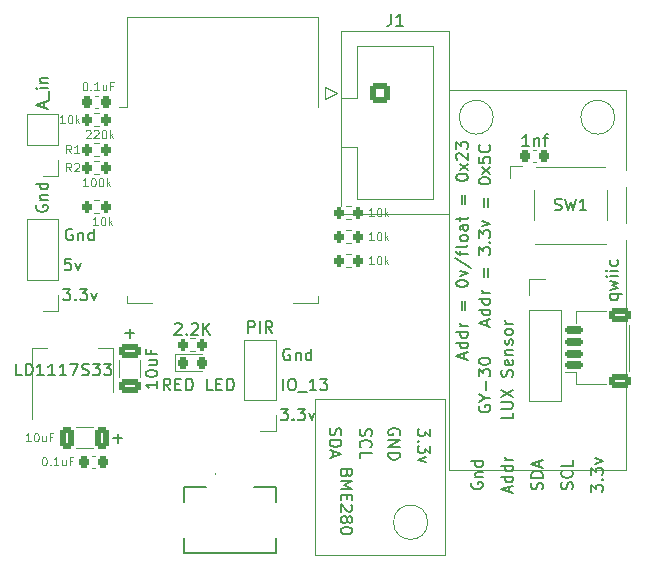
<source format=gto>
G04 #@! TF.GenerationSoftware,KiCad,Pcbnew,(6.0.4)*
G04 #@! TF.CreationDate,2022-12-31T00:28:06-05:00*
G04 #@! TF.ProjectId,esp8266 atmosphere sensor,65737038-3236-4362-9061-746d6f737068,rev?*
G04 #@! TF.SameCoordinates,Original*
G04 #@! TF.FileFunction,Legend,Top*
G04 #@! TF.FilePolarity,Positive*
%FSLAX46Y46*%
G04 Gerber Fmt 4.6, Leading zero omitted, Abs format (unit mm)*
G04 Created by KiCad (PCBNEW (6.0.4)) date 2022-12-31 00:28:06*
%MOMM*%
%LPD*%
G01*
G04 APERTURE LIST*
G04 Aperture macros list*
%AMRoundRect*
0 Rectangle with rounded corners*
0 $1 Rounding radius*
0 $2 $3 $4 $5 $6 $7 $8 $9 X,Y pos of 4 corners*
0 Add a 4 corners polygon primitive as box body*
4,1,4,$2,$3,$4,$5,$6,$7,$8,$9,$2,$3,0*
0 Add four circle primitives for the rounded corners*
1,1,$1+$1,$2,$3*
1,1,$1+$1,$4,$5*
1,1,$1+$1,$6,$7*
1,1,$1+$1,$8,$9*
0 Add four rect primitives between the rounded corners*
20,1,$1+$1,$2,$3,$4,$5,0*
20,1,$1+$1,$4,$5,$6,$7,0*
20,1,$1+$1,$6,$7,$8,$9,0*
20,1,$1+$1,$8,$9,$2,$3,0*%
G04 Aperture macros list end*
%ADD10C,0.150000*%
%ADD11C,0.100000*%
%ADD12C,0.200000*%
%ADD13C,0.120000*%
%ADD14C,0.550000*%
%ADD15R,0.400000X1.350000*%
%ADD16R,1.900000X1.900000*%
%ADD17RoundRect,0.250000X-0.600000X-0.600000X0.600000X-0.600000X0.600000X0.600000X-0.600000X0.600000X0*%
%ADD18C,1.700000*%
%ADD19RoundRect,0.218750X-0.218750X-0.256250X0.218750X-0.256250X0.218750X0.256250X-0.218750X0.256250X0*%
%ADD20C,3.200000*%
%ADD21R,2.500000X1.000000*%
%ADD22R,1.000000X1.800000*%
%ADD23R,1.700000X1.700000*%
%ADD24O,1.700000X1.700000*%
%ADD25RoundRect,0.200000X0.200000X0.275000X-0.200000X0.275000X-0.200000X-0.275000X0.200000X-0.275000X0*%
%ADD26RoundRect,0.200000X-0.200000X-0.275000X0.200000X-0.275000X0.200000X0.275000X-0.200000X0.275000X0*%
%ADD27R,1.500000X2.000000*%
%ADD28R,3.800000X2.000000*%
%ADD29RoundRect,0.225000X0.225000X0.250000X-0.225000X0.250000X-0.225000X-0.250000X0.225000X-0.250000X0*%
%ADD30RoundRect,0.250000X0.325000X0.650000X-0.325000X0.650000X-0.325000X-0.650000X0.325000X-0.650000X0*%
%ADD31R,1.600000X1.400000*%
%ADD32RoundRect,0.250000X-0.650000X0.325000X-0.650000X-0.325000X0.650000X-0.325000X0.650000X0.325000X0*%
%ADD33RoundRect,0.225000X-0.225000X-0.250000X0.225000X-0.250000X0.225000X0.250000X-0.225000X0.250000X0*%
%ADD34RoundRect,0.150000X0.625000X-0.150000X0.625000X0.150000X-0.625000X0.150000X-0.625000X-0.150000X0*%
%ADD35RoundRect,0.250000X0.650000X-0.350000X0.650000X0.350000X-0.650000X0.350000X-0.650000X-0.350000X0*%
G04 APERTURE END LIST*
D10*
X19677142Y-25535000D02*
X19581904Y-25487380D01*
X19439047Y-25487380D01*
X19296190Y-25535000D01*
X19200952Y-25630238D01*
X19153333Y-25725476D01*
X19105714Y-25915952D01*
X19105714Y-26058809D01*
X19153333Y-26249285D01*
X19200952Y-26344523D01*
X19296190Y-26439761D01*
X19439047Y-26487380D01*
X19534285Y-26487380D01*
X19677142Y-26439761D01*
X19724761Y-26392142D01*
X19724761Y-26058809D01*
X19534285Y-26058809D01*
X20153333Y-25820714D02*
X20153333Y-26487380D01*
X20153333Y-25915952D02*
X20200952Y-25868333D01*
X20296190Y-25820714D01*
X20439047Y-25820714D01*
X20534285Y-25868333D01*
X20581904Y-25963571D01*
X20581904Y-26487380D01*
X21486666Y-26487380D02*
X21486666Y-25487380D01*
X21486666Y-26439761D02*
X21391428Y-26487380D01*
X21200952Y-26487380D01*
X21105714Y-26439761D01*
X21058095Y-26392142D01*
X21010476Y-26296904D01*
X21010476Y-26011190D01*
X21058095Y-25915952D01*
X21105714Y-25868333D01*
X21200952Y-25820714D01*
X21391428Y-25820714D01*
X21486666Y-25868333D01*
X4699047Y-33091428D02*
X5460952Y-33091428D01*
X5080000Y-33472380D02*
X5080000Y-32710476D01*
X19097857Y-29027380D02*
X19097857Y-28027380D01*
X19764523Y-28027380D02*
X19955000Y-28027380D01*
X20050238Y-28075000D01*
X20145476Y-28170238D01*
X20193095Y-28360714D01*
X20193095Y-28694047D01*
X20145476Y-28884523D01*
X20050238Y-28979761D01*
X19955000Y-29027380D01*
X19764523Y-29027380D01*
X19669285Y-28979761D01*
X19574047Y-28884523D01*
X19526428Y-28694047D01*
X19526428Y-28360714D01*
X19574047Y-28170238D01*
X19669285Y-28075000D01*
X19764523Y-28027380D01*
X20383571Y-29122619D02*
X21145476Y-29122619D01*
X21907380Y-29027380D02*
X21335952Y-29027380D01*
X21621666Y-29027380D02*
X21621666Y-28027380D01*
X21526428Y-28170238D01*
X21431190Y-28265476D01*
X21335952Y-28313095D01*
X22240714Y-28027380D02*
X22859761Y-28027380D01*
X22526428Y-28408333D01*
X22669285Y-28408333D01*
X22764523Y-28455952D01*
X22812142Y-28503571D01*
X22859761Y-28598809D01*
X22859761Y-28836904D01*
X22812142Y-28932142D01*
X22764523Y-28979761D01*
X22669285Y-29027380D01*
X22383571Y-29027380D01*
X22288333Y-28979761D01*
X22240714Y-28932142D01*
X18891428Y-30567380D02*
X19510476Y-30567380D01*
X19177142Y-30948333D01*
X19320000Y-30948333D01*
X19415238Y-30995952D01*
X19462857Y-31043571D01*
X19510476Y-31138809D01*
X19510476Y-31376904D01*
X19462857Y-31472142D01*
X19415238Y-31519761D01*
X19320000Y-31567380D01*
X19034285Y-31567380D01*
X18939047Y-31519761D01*
X18891428Y-31472142D01*
X19939047Y-31472142D02*
X19986666Y-31519761D01*
X19939047Y-31567380D01*
X19891428Y-31519761D01*
X19939047Y-31472142D01*
X19939047Y-31567380D01*
X20320000Y-30567380D02*
X20939047Y-30567380D01*
X20605714Y-30948333D01*
X20748571Y-30948333D01*
X20843809Y-30995952D01*
X20891428Y-31043571D01*
X20939047Y-31138809D01*
X20939047Y-31376904D01*
X20891428Y-31472142D01*
X20843809Y-31519761D01*
X20748571Y-31567380D01*
X20462857Y-31567380D01*
X20367619Y-31519761D01*
X20320000Y-31472142D01*
X21272380Y-30900714D02*
X21510476Y-31567380D01*
X21748571Y-30900714D01*
X1262142Y-15375000D02*
X1166904Y-15327380D01*
X1024047Y-15327380D01*
X881190Y-15375000D01*
X785952Y-15470238D01*
X738333Y-15565476D01*
X690714Y-15755952D01*
X690714Y-15898809D01*
X738333Y-16089285D01*
X785952Y-16184523D01*
X881190Y-16279761D01*
X1024047Y-16327380D01*
X1119285Y-16327380D01*
X1262142Y-16279761D01*
X1309761Y-16232142D01*
X1309761Y-15898809D01*
X1119285Y-15898809D01*
X1738333Y-15660714D02*
X1738333Y-16327380D01*
X1738333Y-15755952D02*
X1785952Y-15708333D01*
X1881190Y-15660714D01*
X2024047Y-15660714D01*
X2119285Y-15708333D01*
X2166904Y-15803571D01*
X2166904Y-16327380D01*
X3071666Y-16327380D02*
X3071666Y-15327380D01*
X3071666Y-16279761D02*
X2976428Y-16327380D01*
X2785952Y-16327380D01*
X2690714Y-16279761D01*
X2643095Y-16232142D01*
X2595476Y-16136904D01*
X2595476Y-15851190D01*
X2643095Y-15755952D01*
X2690714Y-15708333D01*
X2785952Y-15660714D01*
X2976428Y-15660714D01*
X3071666Y-15708333D01*
X-1770000Y-13342857D02*
X-1817619Y-13438095D01*
X-1817619Y-13580952D01*
X-1770000Y-13723809D01*
X-1674761Y-13819047D01*
X-1579523Y-13866666D01*
X-1389047Y-13914285D01*
X-1246190Y-13914285D01*
X-1055714Y-13866666D01*
X-960476Y-13819047D01*
X-865238Y-13723809D01*
X-817619Y-13580952D01*
X-817619Y-13485714D01*
X-865238Y-13342857D01*
X-912857Y-13295238D01*
X-1246190Y-13295238D01*
X-1246190Y-13485714D01*
X-1484285Y-12866666D02*
X-817619Y-12866666D01*
X-1389047Y-12866666D02*
X-1436666Y-12819047D01*
X-1484285Y-12723809D01*
X-1484285Y-12580952D01*
X-1436666Y-12485714D01*
X-1341428Y-12438095D01*
X-817619Y-12438095D01*
X-817619Y-11533333D02*
X-1817619Y-11533333D01*
X-865238Y-11533333D02*
X-817619Y-11628571D01*
X-817619Y-11819047D01*
X-865238Y-11914285D01*
X-912857Y-11961904D01*
X-1008095Y-12009523D01*
X-1293809Y-12009523D01*
X-1389047Y-11961904D01*
X-1436666Y-11914285D01*
X-1484285Y-11819047D01*
X-1484285Y-11628571D01*
X-1436666Y-11533333D01*
X-1103333Y-5119523D02*
X-1103333Y-4643333D01*
X-817619Y-5214761D02*
X-1817619Y-4881428D01*
X-817619Y-4548095D01*
X-722380Y-4452857D02*
X-722380Y-3690952D01*
X-817619Y-3452857D02*
X-1484285Y-3452857D01*
X-1817619Y-3452857D02*
X-1770000Y-3500476D01*
X-1722380Y-3452857D01*
X-1770000Y-3405238D01*
X-1817619Y-3452857D01*
X-1722380Y-3452857D01*
X-1484285Y-2976666D02*
X-817619Y-2976666D01*
X-1389047Y-2976666D02*
X-1436666Y-2929047D01*
X-1484285Y-2833809D01*
X-1484285Y-2690952D01*
X-1436666Y-2595714D01*
X-1341428Y-2548095D01*
X-817619Y-2548095D01*
X1127142Y-17867380D02*
X650952Y-17867380D01*
X603333Y-18343571D01*
X650952Y-18295952D01*
X746190Y-18248333D01*
X984285Y-18248333D01*
X1079523Y-18295952D01*
X1127142Y-18343571D01*
X1174761Y-18438809D01*
X1174761Y-18676904D01*
X1127142Y-18772142D01*
X1079523Y-18819761D01*
X984285Y-18867380D01*
X746190Y-18867380D01*
X650952Y-18819761D01*
X603333Y-18772142D01*
X1508095Y-18200714D02*
X1746190Y-18867380D01*
X1984285Y-18200714D01*
X476428Y-20407380D02*
X1095476Y-20407380D01*
X762142Y-20788333D01*
X905000Y-20788333D01*
X1000238Y-20835952D01*
X1047857Y-20883571D01*
X1095476Y-20978809D01*
X1095476Y-21216904D01*
X1047857Y-21312142D01*
X1000238Y-21359761D01*
X905000Y-21407380D01*
X619285Y-21407380D01*
X524047Y-21359761D01*
X476428Y-21312142D01*
X1524047Y-21312142D02*
X1571666Y-21359761D01*
X1524047Y-21407380D01*
X1476428Y-21359761D01*
X1524047Y-21312142D01*
X1524047Y-21407380D01*
X1905000Y-20407380D02*
X2524047Y-20407380D01*
X2190714Y-20788333D01*
X2333571Y-20788333D01*
X2428809Y-20835952D01*
X2476428Y-20883571D01*
X2524047Y-20978809D01*
X2524047Y-21216904D01*
X2476428Y-21312142D01*
X2428809Y-21359761D01*
X2333571Y-21407380D01*
X2047857Y-21407380D01*
X1952619Y-21359761D01*
X1905000Y-21312142D01*
X2857380Y-20740714D02*
X3095476Y-21407380D01*
X3333571Y-20740714D01*
X5715047Y-24201428D02*
X6476952Y-24201428D01*
X6096000Y-24582380D02*
X6096000Y-23820476D01*
X28241666Y2837619D02*
X28241666Y2123333D01*
X28194047Y1980476D01*
X28098809Y1885238D01*
X27955952Y1837619D01*
X27860714Y1837619D01*
X29241666Y1837619D02*
X28670238Y1837619D01*
X28955952Y1837619D02*
X28955952Y2837619D01*
X28860714Y2694761D01*
X28765476Y2599523D01*
X28670238Y2551904D01*
X9557047Y-29027380D02*
X9223714Y-28551190D01*
X8985619Y-29027380D02*
X8985619Y-28027380D01*
X9366571Y-28027380D01*
X9461809Y-28075000D01*
X9509428Y-28122619D01*
X9557047Y-28217857D01*
X9557047Y-28360714D01*
X9509428Y-28455952D01*
X9461809Y-28503571D01*
X9366571Y-28551190D01*
X8985619Y-28551190D01*
X9985619Y-28503571D02*
X10318952Y-28503571D01*
X10461809Y-29027380D02*
X9985619Y-29027380D01*
X9985619Y-28027380D01*
X10461809Y-28027380D01*
X10890380Y-29027380D02*
X10890380Y-28027380D01*
X11128476Y-28027380D01*
X11271333Y-28075000D01*
X11366571Y-28170238D01*
X11414190Y-28265476D01*
X11461809Y-28455952D01*
X11461809Y-28598809D01*
X11414190Y-28789285D01*
X11366571Y-28884523D01*
X11271333Y-28979761D01*
X11128476Y-29027380D01*
X10890380Y-29027380D01*
X13128476Y-29027380D02*
X12652285Y-29027380D01*
X12652285Y-28027380D01*
X13461809Y-28503571D02*
X13795142Y-28503571D01*
X13938000Y-29027380D02*
X13461809Y-29027380D01*
X13461809Y-28027380D01*
X13938000Y-28027380D01*
X14366571Y-29027380D02*
X14366571Y-28027380D01*
X14604666Y-28027380D01*
X14747523Y-28075000D01*
X14842761Y-28170238D01*
X14890380Y-28265476D01*
X14938000Y-28455952D01*
X14938000Y-28598809D01*
X14890380Y-28789285D01*
X14842761Y-28884523D01*
X14747523Y-28979761D01*
X14604666Y-29027380D01*
X14366571Y-29027380D01*
X41044761Y-37409285D02*
X41092380Y-37266428D01*
X41092380Y-37028333D01*
X41044761Y-36933095D01*
X40997142Y-36885476D01*
X40901904Y-36837857D01*
X40806666Y-36837857D01*
X40711428Y-36885476D01*
X40663809Y-36933095D01*
X40616190Y-37028333D01*
X40568571Y-37218809D01*
X40520952Y-37314047D01*
X40473333Y-37361666D01*
X40378095Y-37409285D01*
X40282857Y-37409285D01*
X40187619Y-37361666D01*
X40140000Y-37314047D01*
X40092380Y-37218809D01*
X40092380Y-36980714D01*
X40140000Y-36837857D01*
X41092380Y-36409285D02*
X40092380Y-36409285D01*
X40092380Y-36171190D01*
X40140000Y-36028333D01*
X40235238Y-35933095D01*
X40330476Y-35885476D01*
X40520952Y-35837857D01*
X40663809Y-35837857D01*
X40854285Y-35885476D01*
X40949523Y-35933095D01*
X41044761Y-36028333D01*
X41092380Y-36171190D01*
X41092380Y-36409285D01*
X40806666Y-35456904D02*
X40806666Y-34980714D01*
X41092380Y-35552142D02*
X40092380Y-35218809D01*
X41092380Y-34885476D01*
X45172380Y-37623571D02*
X45172380Y-37004523D01*
X45553333Y-37337857D01*
X45553333Y-37195000D01*
X45600952Y-37099761D01*
X45648571Y-37052142D01*
X45743809Y-37004523D01*
X45981904Y-37004523D01*
X46077142Y-37052142D01*
X46124761Y-37099761D01*
X46172380Y-37195000D01*
X46172380Y-37480714D01*
X46124761Y-37575952D01*
X46077142Y-37623571D01*
X46077142Y-36575952D02*
X46124761Y-36528333D01*
X46172380Y-36575952D01*
X46124761Y-36623571D01*
X46077142Y-36575952D01*
X46172380Y-36575952D01*
X45172380Y-36195000D02*
X45172380Y-35575952D01*
X45553333Y-35909285D01*
X45553333Y-35766428D01*
X45600952Y-35671190D01*
X45648571Y-35623571D01*
X45743809Y-35575952D01*
X45981904Y-35575952D01*
X46077142Y-35623571D01*
X46124761Y-35671190D01*
X46172380Y-35766428D01*
X46172380Y-36052142D01*
X46124761Y-36147380D01*
X46077142Y-36195000D01*
X45505714Y-35242619D02*
X46172380Y-35004523D01*
X45505714Y-34766428D01*
X35695000Y-30313095D02*
X35647380Y-30408333D01*
X35647380Y-30551190D01*
X35695000Y-30694047D01*
X35790238Y-30789285D01*
X35885476Y-30836904D01*
X36075952Y-30884523D01*
X36218809Y-30884523D01*
X36409285Y-30836904D01*
X36504523Y-30789285D01*
X36599761Y-30694047D01*
X36647380Y-30551190D01*
X36647380Y-30455952D01*
X36599761Y-30313095D01*
X36552142Y-30265476D01*
X36218809Y-30265476D01*
X36218809Y-30455952D01*
X36171190Y-29646428D02*
X36647380Y-29646428D01*
X35647380Y-29979761D02*
X36171190Y-29646428D01*
X35647380Y-29313095D01*
X36266428Y-28979761D02*
X36266428Y-28217857D01*
X35647380Y-27836904D02*
X35647380Y-27217857D01*
X36028333Y-27551190D01*
X36028333Y-27408333D01*
X36075952Y-27313095D01*
X36123571Y-27265476D01*
X36218809Y-27217857D01*
X36456904Y-27217857D01*
X36552142Y-27265476D01*
X36599761Y-27313095D01*
X36647380Y-27408333D01*
X36647380Y-27694047D01*
X36599761Y-27789285D01*
X36552142Y-27836904D01*
X35647380Y-26598809D02*
X35647380Y-26503571D01*
X35695000Y-26408333D01*
X35742619Y-26360714D01*
X35837857Y-26313095D01*
X36028333Y-26265476D01*
X36266428Y-26265476D01*
X36456904Y-26313095D01*
X36552142Y-26360714D01*
X36599761Y-26408333D01*
X36647380Y-26503571D01*
X36647380Y-26598809D01*
X36599761Y-26694047D01*
X36552142Y-26741666D01*
X36456904Y-26789285D01*
X36266428Y-26836904D01*
X36028333Y-26836904D01*
X35837857Y-26789285D01*
X35742619Y-26741666D01*
X35695000Y-26694047D01*
X35647380Y-26598809D01*
X34456666Y-26311666D02*
X34456666Y-25835476D01*
X34742380Y-26406904D02*
X33742380Y-26073571D01*
X34742380Y-25740238D01*
X34742380Y-24978333D02*
X33742380Y-24978333D01*
X34694761Y-24978333D02*
X34742380Y-25073571D01*
X34742380Y-25264047D01*
X34694761Y-25359285D01*
X34647142Y-25406904D01*
X34551904Y-25454523D01*
X34266190Y-25454523D01*
X34170952Y-25406904D01*
X34123333Y-25359285D01*
X34075714Y-25264047D01*
X34075714Y-25073571D01*
X34123333Y-24978333D01*
X34742380Y-24073571D02*
X33742380Y-24073571D01*
X34694761Y-24073571D02*
X34742380Y-24168809D01*
X34742380Y-24359285D01*
X34694761Y-24454523D01*
X34647142Y-24502142D01*
X34551904Y-24549761D01*
X34266190Y-24549761D01*
X34170952Y-24502142D01*
X34123333Y-24454523D01*
X34075714Y-24359285D01*
X34075714Y-24168809D01*
X34123333Y-24073571D01*
X34742380Y-23597380D02*
X34075714Y-23597380D01*
X34266190Y-23597380D02*
X34170952Y-23549761D01*
X34123333Y-23502142D01*
X34075714Y-23406904D01*
X34075714Y-23311666D01*
X34218571Y-22216428D02*
X34218571Y-21454523D01*
X34504285Y-21454523D02*
X34504285Y-22216428D01*
X33742380Y-20025952D02*
X33742380Y-19930714D01*
X33790000Y-19835476D01*
X33837619Y-19787857D01*
X33932857Y-19740238D01*
X34123333Y-19692619D01*
X34361428Y-19692619D01*
X34551904Y-19740238D01*
X34647142Y-19787857D01*
X34694761Y-19835476D01*
X34742380Y-19930714D01*
X34742380Y-20025952D01*
X34694761Y-20121190D01*
X34647142Y-20168809D01*
X34551904Y-20216428D01*
X34361428Y-20264047D01*
X34123333Y-20264047D01*
X33932857Y-20216428D01*
X33837619Y-20168809D01*
X33790000Y-20121190D01*
X33742380Y-20025952D01*
X34075714Y-19359285D02*
X34742380Y-19121190D01*
X34075714Y-18883095D01*
X33694761Y-17787857D02*
X34980476Y-18645000D01*
X34075714Y-17597380D02*
X34075714Y-17216428D01*
X34742380Y-17454523D02*
X33885238Y-17454523D01*
X33790000Y-17406904D01*
X33742380Y-17311666D01*
X33742380Y-17216428D01*
X34742380Y-16740238D02*
X34694761Y-16835476D01*
X34599523Y-16883095D01*
X33742380Y-16883095D01*
X34742380Y-16216428D02*
X34694761Y-16311666D01*
X34647142Y-16359285D01*
X34551904Y-16406904D01*
X34266190Y-16406904D01*
X34170952Y-16359285D01*
X34123333Y-16311666D01*
X34075714Y-16216428D01*
X34075714Y-16073571D01*
X34123333Y-15978333D01*
X34170952Y-15930714D01*
X34266190Y-15883095D01*
X34551904Y-15883095D01*
X34647142Y-15930714D01*
X34694761Y-15978333D01*
X34742380Y-16073571D01*
X34742380Y-16216428D01*
X34742380Y-15025952D02*
X34218571Y-15025952D01*
X34123333Y-15073571D01*
X34075714Y-15168809D01*
X34075714Y-15359285D01*
X34123333Y-15454523D01*
X34694761Y-15025952D02*
X34742380Y-15121190D01*
X34742380Y-15359285D01*
X34694761Y-15454523D01*
X34599523Y-15502142D01*
X34504285Y-15502142D01*
X34409047Y-15454523D01*
X34361428Y-15359285D01*
X34361428Y-15121190D01*
X34313809Y-15025952D01*
X34075714Y-14692619D02*
X34075714Y-14311666D01*
X33742380Y-14549761D02*
X34599523Y-14549761D01*
X34694761Y-14502142D01*
X34742380Y-14406904D01*
X34742380Y-14311666D01*
X34218571Y-13216428D02*
X34218571Y-12454523D01*
X34504285Y-12454523D02*
X34504285Y-13216428D01*
X33742380Y-11025952D02*
X33742380Y-10930714D01*
X33790000Y-10835476D01*
X33837619Y-10787857D01*
X33932857Y-10740238D01*
X34123333Y-10692619D01*
X34361428Y-10692619D01*
X34551904Y-10740238D01*
X34647142Y-10787857D01*
X34694761Y-10835476D01*
X34742380Y-10930714D01*
X34742380Y-11025952D01*
X34694761Y-11121190D01*
X34647142Y-11168809D01*
X34551904Y-11216428D01*
X34361428Y-11264047D01*
X34123333Y-11264047D01*
X33932857Y-11216428D01*
X33837619Y-11168809D01*
X33790000Y-11121190D01*
X33742380Y-11025952D01*
X34742380Y-10359285D02*
X34075714Y-9835476D01*
X34075714Y-10359285D02*
X34742380Y-9835476D01*
X33837619Y-9502142D02*
X33790000Y-9454523D01*
X33742380Y-9359285D01*
X33742380Y-9121190D01*
X33790000Y-9025952D01*
X33837619Y-8978333D01*
X33932857Y-8930714D01*
X34028095Y-8930714D01*
X34170952Y-8978333D01*
X34742380Y-9549761D01*
X34742380Y-8930714D01*
X33742380Y-8597380D02*
X33742380Y-7978333D01*
X34123333Y-8311666D01*
X34123333Y-8168809D01*
X34170952Y-8073571D01*
X34218571Y-8025952D01*
X34313809Y-7978333D01*
X34551904Y-7978333D01*
X34647142Y-8025952D01*
X34694761Y-8073571D01*
X34742380Y-8168809D01*
X34742380Y-8454523D01*
X34694761Y-8549761D01*
X34647142Y-8597380D01*
X43584761Y-37385476D02*
X43632380Y-37242619D01*
X43632380Y-37004523D01*
X43584761Y-36909285D01*
X43537142Y-36861666D01*
X43441904Y-36814047D01*
X43346666Y-36814047D01*
X43251428Y-36861666D01*
X43203809Y-36909285D01*
X43156190Y-37004523D01*
X43108571Y-37195000D01*
X43060952Y-37290238D01*
X43013333Y-37337857D01*
X42918095Y-37385476D01*
X42822857Y-37385476D01*
X42727619Y-37337857D01*
X42680000Y-37290238D01*
X42632380Y-37195000D01*
X42632380Y-36956904D01*
X42680000Y-36814047D01*
X43537142Y-35814047D02*
X43584761Y-35861666D01*
X43632380Y-36004523D01*
X43632380Y-36099761D01*
X43584761Y-36242619D01*
X43489523Y-36337857D01*
X43394285Y-36385476D01*
X43203809Y-36433095D01*
X43060952Y-36433095D01*
X42870476Y-36385476D01*
X42775238Y-36337857D01*
X42680000Y-36242619D01*
X42632380Y-36099761D01*
X42632380Y-36004523D01*
X42680000Y-35861666D01*
X42727619Y-35814047D01*
X43632380Y-34909285D02*
X43632380Y-35385476D01*
X42632380Y-35385476D01*
X38266666Y-37647380D02*
X38266666Y-37171190D01*
X38552380Y-37742619D02*
X37552380Y-37409285D01*
X38552380Y-37075952D01*
X38552380Y-36314047D02*
X37552380Y-36314047D01*
X38504761Y-36314047D02*
X38552380Y-36409285D01*
X38552380Y-36599761D01*
X38504761Y-36695000D01*
X38457142Y-36742619D01*
X38361904Y-36790238D01*
X38076190Y-36790238D01*
X37980952Y-36742619D01*
X37933333Y-36695000D01*
X37885714Y-36599761D01*
X37885714Y-36409285D01*
X37933333Y-36314047D01*
X38552380Y-35409285D02*
X37552380Y-35409285D01*
X38504761Y-35409285D02*
X38552380Y-35504523D01*
X38552380Y-35695000D01*
X38504761Y-35790238D01*
X38457142Y-35837857D01*
X38361904Y-35885476D01*
X38076190Y-35885476D01*
X37980952Y-35837857D01*
X37933333Y-35790238D01*
X37885714Y-35695000D01*
X37885714Y-35504523D01*
X37933333Y-35409285D01*
X38552380Y-34933095D02*
X37885714Y-34933095D01*
X38076190Y-34933095D02*
X37980952Y-34885476D01*
X37933333Y-34837857D01*
X37885714Y-34742619D01*
X37885714Y-34647380D01*
X36361666Y-23517857D02*
X36361666Y-23041666D01*
X36647380Y-23613095D02*
X35647380Y-23279761D01*
X36647380Y-22946428D01*
X36647380Y-22184523D02*
X35647380Y-22184523D01*
X36599761Y-22184523D02*
X36647380Y-22279761D01*
X36647380Y-22470238D01*
X36599761Y-22565476D01*
X36552142Y-22613095D01*
X36456904Y-22660714D01*
X36171190Y-22660714D01*
X36075952Y-22613095D01*
X36028333Y-22565476D01*
X35980714Y-22470238D01*
X35980714Y-22279761D01*
X36028333Y-22184523D01*
X36647380Y-21279761D02*
X35647380Y-21279761D01*
X36599761Y-21279761D02*
X36647380Y-21375000D01*
X36647380Y-21565476D01*
X36599761Y-21660714D01*
X36552142Y-21708333D01*
X36456904Y-21755952D01*
X36171190Y-21755952D01*
X36075952Y-21708333D01*
X36028333Y-21660714D01*
X35980714Y-21565476D01*
X35980714Y-21375000D01*
X36028333Y-21279761D01*
X36647380Y-20803571D02*
X35980714Y-20803571D01*
X36171190Y-20803571D02*
X36075952Y-20755952D01*
X36028333Y-20708333D01*
X35980714Y-20613095D01*
X35980714Y-20517857D01*
X36123571Y-19422619D02*
X36123571Y-18660714D01*
X36409285Y-18660714D02*
X36409285Y-19422619D01*
X35647380Y-17517857D02*
X35647380Y-16898809D01*
X36028333Y-17232142D01*
X36028333Y-17089285D01*
X36075952Y-16994047D01*
X36123571Y-16946428D01*
X36218809Y-16898809D01*
X36456904Y-16898809D01*
X36552142Y-16946428D01*
X36599761Y-16994047D01*
X36647380Y-17089285D01*
X36647380Y-17375000D01*
X36599761Y-17470238D01*
X36552142Y-17517857D01*
X36552142Y-16470238D02*
X36599761Y-16422619D01*
X36647380Y-16470238D01*
X36599761Y-16517857D01*
X36552142Y-16470238D01*
X36647380Y-16470238D01*
X35647380Y-16089285D02*
X35647380Y-15470238D01*
X36028333Y-15803571D01*
X36028333Y-15660714D01*
X36075952Y-15565476D01*
X36123571Y-15517857D01*
X36218809Y-15470238D01*
X36456904Y-15470238D01*
X36552142Y-15517857D01*
X36599761Y-15565476D01*
X36647380Y-15660714D01*
X36647380Y-15946428D01*
X36599761Y-16041666D01*
X36552142Y-16089285D01*
X35980714Y-15136904D02*
X36647380Y-14898809D01*
X35980714Y-14660714D01*
X36123571Y-13517857D02*
X36123571Y-12755952D01*
X36409285Y-12755952D02*
X36409285Y-13517857D01*
X35647380Y-11327380D02*
X35647380Y-11232142D01*
X35695000Y-11136904D01*
X35742619Y-11089285D01*
X35837857Y-11041666D01*
X36028333Y-10994047D01*
X36266428Y-10994047D01*
X36456904Y-11041666D01*
X36552142Y-11089285D01*
X36599761Y-11136904D01*
X36647380Y-11232142D01*
X36647380Y-11327380D01*
X36599761Y-11422619D01*
X36552142Y-11470238D01*
X36456904Y-11517857D01*
X36266428Y-11565476D01*
X36028333Y-11565476D01*
X35837857Y-11517857D01*
X35742619Y-11470238D01*
X35695000Y-11422619D01*
X35647380Y-11327380D01*
X36647380Y-10660714D02*
X35980714Y-10136904D01*
X35980714Y-10660714D02*
X36647380Y-10136904D01*
X35647380Y-9279761D02*
X35647380Y-9755952D01*
X36123571Y-9803571D01*
X36075952Y-9755952D01*
X36028333Y-9660714D01*
X36028333Y-9422619D01*
X36075952Y-9327380D01*
X36123571Y-9279761D01*
X36218809Y-9232142D01*
X36456904Y-9232142D01*
X36552142Y-9279761D01*
X36599761Y-9327380D01*
X36647380Y-9422619D01*
X36647380Y-9660714D01*
X36599761Y-9755952D01*
X36552142Y-9803571D01*
X36552142Y-8232142D02*
X36599761Y-8279761D01*
X36647380Y-8422619D01*
X36647380Y-8517857D01*
X36599761Y-8660714D01*
X36504523Y-8755952D01*
X36409285Y-8803571D01*
X36218809Y-8851190D01*
X36075952Y-8851190D01*
X35885476Y-8803571D01*
X35790238Y-8755952D01*
X35695000Y-8660714D01*
X35647380Y-8517857D01*
X35647380Y-8422619D01*
X35695000Y-8279761D01*
X35742619Y-8232142D01*
X35060000Y-36837857D02*
X35012380Y-36933095D01*
X35012380Y-37075952D01*
X35060000Y-37218809D01*
X35155238Y-37314047D01*
X35250476Y-37361666D01*
X35440952Y-37409285D01*
X35583809Y-37409285D01*
X35774285Y-37361666D01*
X35869523Y-37314047D01*
X35964761Y-37218809D01*
X36012380Y-37075952D01*
X36012380Y-36980714D01*
X35964761Y-36837857D01*
X35917142Y-36790238D01*
X35583809Y-36790238D01*
X35583809Y-36980714D01*
X35345714Y-36361666D02*
X36012380Y-36361666D01*
X35440952Y-36361666D02*
X35393333Y-36314047D01*
X35345714Y-36218809D01*
X35345714Y-36075952D01*
X35393333Y-35980714D01*
X35488571Y-35933095D01*
X36012380Y-35933095D01*
X36012380Y-35028333D02*
X35012380Y-35028333D01*
X35964761Y-35028333D02*
X36012380Y-35123571D01*
X36012380Y-35314047D01*
X35964761Y-35409285D01*
X35917142Y-35456904D01*
X35821904Y-35504523D01*
X35536190Y-35504523D01*
X35440952Y-35456904D01*
X35393333Y-35409285D01*
X35345714Y-35314047D01*
X35345714Y-35123571D01*
X35393333Y-35028333D01*
X38552380Y-30900238D02*
X38552380Y-31376428D01*
X37552380Y-31376428D01*
X37552380Y-30566904D02*
X38361904Y-30566904D01*
X38457142Y-30519285D01*
X38504761Y-30471666D01*
X38552380Y-30376428D01*
X38552380Y-30185952D01*
X38504761Y-30090714D01*
X38457142Y-30043095D01*
X38361904Y-29995476D01*
X37552380Y-29995476D01*
X37552380Y-29614523D02*
X38552380Y-28947857D01*
X37552380Y-28947857D02*
X38552380Y-29614523D01*
X38504761Y-27852619D02*
X38552380Y-27709761D01*
X38552380Y-27471666D01*
X38504761Y-27376428D01*
X38457142Y-27328809D01*
X38361904Y-27281190D01*
X38266666Y-27281190D01*
X38171428Y-27328809D01*
X38123809Y-27376428D01*
X38076190Y-27471666D01*
X38028571Y-27662142D01*
X37980952Y-27757380D01*
X37933333Y-27805000D01*
X37838095Y-27852619D01*
X37742857Y-27852619D01*
X37647619Y-27805000D01*
X37600000Y-27757380D01*
X37552380Y-27662142D01*
X37552380Y-27424047D01*
X37600000Y-27281190D01*
X38504761Y-26471666D02*
X38552380Y-26566904D01*
X38552380Y-26757380D01*
X38504761Y-26852619D01*
X38409523Y-26900238D01*
X38028571Y-26900238D01*
X37933333Y-26852619D01*
X37885714Y-26757380D01*
X37885714Y-26566904D01*
X37933333Y-26471666D01*
X38028571Y-26424047D01*
X38123809Y-26424047D01*
X38219047Y-26900238D01*
X37885714Y-25995476D02*
X38552380Y-25995476D01*
X37980952Y-25995476D02*
X37933333Y-25947857D01*
X37885714Y-25852619D01*
X37885714Y-25709761D01*
X37933333Y-25614523D01*
X38028571Y-25566904D01*
X38552380Y-25566904D01*
X38504761Y-25138333D02*
X38552380Y-25043095D01*
X38552380Y-24852619D01*
X38504761Y-24757380D01*
X38409523Y-24709761D01*
X38361904Y-24709761D01*
X38266666Y-24757380D01*
X38219047Y-24852619D01*
X38219047Y-24995476D01*
X38171428Y-25090714D01*
X38076190Y-25138333D01*
X38028571Y-25138333D01*
X37933333Y-25090714D01*
X37885714Y-24995476D01*
X37885714Y-24852619D01*
X37933333Y-24757380D01*
X38552380Y-24138333D02*
X38504761Y-24233571D01*
X38457142Y-24281190D01*
X38361904Y-24328809D01*
X38076190Y-24328809D01*
X37980952Y-24281190D01*
X37933333Y-24233571D01*
X37885714Y-24138333D01*
X37885714Y-23995476D01*
X37933333Y-23900238D01*
X37980952Y-23852619D01*
X38076190Y-23805000D01*
X38361904Y-23805000D01*
X38457142Y-23852619D01*
X38504761Y-23900238D01*
X38552380Y-23995476D01*
X38552380Y-24138333D01*
X38552380Y-23376428D02*
X37885714Y-23376428D01*
X38076190Y-23376428D02*
X37980952Y-23328809D01*
X37933333Y-23281190D01*
X37885714Y-23185952D01*
X37885714Y-23090714D01*
X16145000Y-24172380D02*
X16145000Y-23172380D01*
X16525952Y-23172380D01*
X16621190Y-23220000D01*
X16668809Y-23267619D01*
X16716428Y-23362857D01*
X16716428Y-23505714D01*
X16668809Y-23600952D01*
X16621190Y-23648571D01*
X16525952Y-23696190D01*
X16145000Y-23696190D01*
X17145000Y-24172380D02*
X17145000Y-23172380D01*
X18192619Y-24172380D02*
X17859285Y-23696190D01*
X17621190Y-24172380D02*
X17621190Y-23172380D01*
X18002142Y-23172380D01*
X18097380Y-23220000D01*
X18145000Y-23267619D01*
X18192619Y-23362857D01*
X18192619Y-23505714D01*
X18145000Y-23600952D01*
X18097380Y-23648571D01*
X18002142Y-23696190D01*
X17621190Y-23696190D01*
X23090238Y-32240714D02*
X23042619Y-32383571D01*
X23042619Y-32621666D01*
X23090238Y-32716904D01*
X23137857Y-32764523D01*
X23233095Y-32812142D01*
X23328333Y-32812142D01*
X23423571Y-32764523D01*
X23471190Y-32716904D01*
X23518809Y-32621666D01*
X23566428Y-32431190D01*
X23614047Y-32335952D01*
X23661666Y-32288333D01*
X23756904Y-32240714D01*
X23852142Y-32240714D01*
X23947380Y-32288333D01*
X23995000Y-32335952D01*
X24042619Y-32431190D01*
X24042619Y-32669285D01*
X23995000Y-32812142D01*
X23042619Y-33240714D02*
X24042619Y-33240714D01*
X24042619Y-33478809D01*
X23995000Y-33621666D01*
X23899761Y-33716904D01*
X23804523Y-33764523D01*
X23614047Y-33812142D01*
X23471190Y-33812142D01*
X23280714Y-33764523D01*
X23185476Y-33716904D01*
X23090238Y-33621666D01*
X23042619Y-33478809D01*
X23042619Y-33240714D01*
X23328333Y-34193095D02*
X23328333Y-34669285D01*
X23042619Y-34097857D02*
X24042619Y-34431190D01*
X23042619Y-34764523D01*
X28965000Y-32783095D02*
X29012619Y-32687857D01*
X29012619Y-32545000D01*
X28965000Y-32402142D01*
X28869761Y-32306904D01*
X28774523Y-32259285D01*
X28584047Y-32211666D01*
X28441190Y-32211666D01*
X28250714Y-32259285D01*
X28155476Y-32306904D01*
X28060238Y-32402142D01*
X28012619Y-32545000D01*
X28012619Y-32640238D01*
X28060238Y-32783095D01*
X28107857Y-32830714D01*
X28441190Y-32830714D01*
X28441190Y-32640238D01*
X28012619Y-33259285D02*
X29012619Y-33259285D01*
X28012619Y-33830714D01*
X29012619Y-33830714D01*
X28012619Y-34306904D02*
X29012619Y-34306904D01*
X29012619Y-34545000D01*
X28965000Y-34687857D01*
X28869761Y-34783095D01*
X28774523Y-34830714D01*
X28584047Y-34878333D01*
X28441190Y-34878333D01*
X28250714Y-34830714D01*
X28155476Y-34783095D01*
X28060238Y-34687857D01*
X28012619Y-34545000D01*
X28012619Y-34306904D01*
X31502619Y-32266428D02*
X31502619Y-32885476D01*
X31121666Y-32552142D01*
X31121666Y-32695000D01*
X31074047Y-32790238D01*
X31026428Y-32837857D01*
X30931190Y-32885476D01*
X30693095Y-32885476D01*
X30597857Y-32837857D01*
X30550238Y-32790238D01*
X30502619Y-32695000D01*
X30502619Y-32409285D01*
X30550238Y-32314047D01*
X30597857Y-32266428D01*
X30597857Y-33314047D02*
X30550238Y-33361666D01*
X30502619Y-33314047D01*
X30550238Y-33266428D01*
X30597857Y-33314047D01*
X30502619Y-33314047D01*
X31502619Y-33695000D02*
X31502619Y-34314047D01*
X31121666Y-33980714D01*
X31121666Y-34123571D01*
X31074047Y-34218809D01*
X31026428Y-34266428D01*
X30931190Y-34314047D01*
X30693095Y-34314047D01*
X30597857Y-34266428D01*
X30550238Y-34218809D01*
X30502619Y-34123571D01*
X30502619Y-33837857D01*
X30550238Y-33742619D01*
X30597857Y-33695000D01*
X31169285Y-34647380D02*
X30502619Y-34885476D01*
X31169285Y-35123571D01*
X25640238Y-32284523D02*
X25592619Y-32427380D01*
X25592619Y-32665476D01*
X25640238Y-32760714D01*
X25687857Y-32808333D01*
X25783095Y-32855952D01*
X25878333Y-32855952D01*
X25973571Y-32808333D01*
X26021190Y-32760714D01*
X26068809Y-32665476D01*
X26116428Y-32475000D01*
X26164047Y-32379761D01*
X26211666Y-32332142D01*
X26306904Y-32284523D01*
X26402142Y-32284523D01*
X26497380Y-32332142D01*
X26545000Y-32379761D01*
X26592619Y-32475000D01*
X26592619Y-32713095D01*
X26545000Y-32855952D01*
X25687857Y-33855952D02*
X25640238Y-33808333D01*
X25592619Y-33665476D01*
X25592619Y-33570238D01*
X25640238Y-33427380D01*
X25735476Y-33332142D01*
X25830714Y-33284523D01*
X26021190Y-33236904D01*
X26164047Y-33236904D01*
X26354523Y-33284523D01*
X26449761Y-33332142D01*
X26545000Y-33427380D01*
X26592619Y-33570238D01*
X26592619Y-33665476D01*
X26545000Y-33808333D01*
X26497380Y-33855952D01*
X25592619Y-34760714D02*
X25592619Y-34284523D01*
X26592619Y-34284523D01*
X24486428Y-36044047D02*
X24438809Y-36186904D01*
X24391190Y-36234523D01*
X24295952Y-36282142D01*
X24153095Y-36282142D01*
X24057857Y-36234523D01*
X24010238Y-36186904D01*
X23962619Y-36091666D01*
X23962619Y-35710714D01*
X24962619Y-35710714D01*
X24962619Y-36044047D01*
X24915000Y-36139285D01*
X24867380Y-36186904D01*
X24772142Y-36234523D01*
X24676904Y-36234523D01*
X24581666Y-36186904D01*
X24534047Y-36139285D01*
X24486428Y-36044047D01*
X24486428Y-35710714D01*
X23962619Y-36710714D02*
X24962619Y-36710714D01*
X24248333Y-37044047D01*
X24962619Y-37377380D01*
X23962619Y-37377380D01*
X24486428Y-37853571D02*
X24486428Y-38186904D01*
X23962619Y-38329761D02*
X23962619Y-37853571D01*
X24962619Y-37853571D01*
X24962619Y-38329761D01*
X24867380Y-38710714D02*
X24915000Y-38758333D01*
X24962619Y-38853571D01*
X24962619Y-39091666D01*
X24915000Y-39186904D01*
X24867380Y-39234523D01*
X24772142Y-39282142D01*
X24676904Y-39282142D01*
X24534047Y-39234523D01*
X23962619Y-38663095D01*
X23962619Y-39282142D01*
X24534047Y-39853571D02*
X24581666Y-39758333D01*
X24629285Y-39710714D01*
X24724523Y-39663095D01*
X24772142Y-39663095D01*
X24867380Y-39710714D01*
X24915000Y-39758333D01*
X24962619Y-39853571D01*
X24962619Y-40044047D01*
X24915000Y-40139285D01*
X24867380Y-40186904D01*
X24772142Y-40234523D01*
X24724523Y-40234523D01*
X24629285Y-40186904D01*
X24581666Y-40139285D01*
X24534047Y-40044047D01*
X24534047Y-39853571D01*
X24486428Y-39758333D01*
X24438809Y-39710714D01*
X24343571Y-39663095D01*
X24153095Y-39663095D01*
X24057857Y-39710714D01*
X24010238Y-39758333D01*
X23962619Y-39853571D01*
X23962619Y-40044047D01*
X24010238Y-40139285D01*
X24057857Y-40186904D01*
X24153095Y-40234523D01*
X24343571Y-40234523D01*
X24438809Y-40186904D01*
X24486428Y-40139285D01*
X24534047Y-40044047D01*
X24962619Y-40853571D02*
X24962619Y-40948809D01*
X24915000Y-41044047D01*
X24867380Y-41091666D01*
X24772142Y-41139285D01*
X24581666Y-41186904D01*
X24343571Y-41186904D01*
X24153095Y-41139285D01*
X24057857Y-41091666D01*
X24010238Y-41044047D01*
X23962619Y-40948809D01*
X23962619Y-40853571D01*
X24010238Y-40758333D01*
X24057857Y-40710714D01*
X24153095Y-40663095D01*
X24343571Y-40615476D01*
X24581666Y-40615476D01*
X24772142Y-40663095D01*
X24867380Y-40710714D01*
X24915000Y-40758333D01*
X24962619Y-40853571D01*
D11*
X26761333Y-14286666D02*
X26361333Y-14286666D01*
X26561333Y-14286666D02*
X26561333Y-13586666D01*
X26494666Y-13686666D01*
X26428000Y-13753333D01*
X26361333Y-13786666D01*
X27194666Y-13586666D02*
X27261333Y-13586666D01*
X27328000Y-13620000D01*
X27361333Y-13653333D01*
X27394666Y-13720000D01*
X27428000Y-13853333D01*
X27428000Y-14020000D01*
X27394666Y-14153333D01*
X27361333Y-14220000D01*
X27328000Y-14253333D01*
X27261333Y-14286666D01*
X27194666Y-14286666D01*
X27128000Y-14253333D01*
X27094666Y-14220000D01*
X27061333Y-14153333D01*
X27028000Y-14020000D01*
X27028000Y-13853333D01*
X27061333Y-13720000D01*
X27094666Y-13653333D01*
X27128000Y-13620000D01*
X27194666Y-13586666D01*
X27728000Y-14286666D02*
X27728000Y-13586666D01*
X27794666Y-14020000D02*
X27994666Y-14286666D01*
X27994666Y-13820000D02*
X27728000Y-14086666D01*
D10*
X9930000Y-23423619D02*
X9977619Y-23376000D01*
X10072857Y-23328380D01*
X10310952Y-23328380D01*
X10406190Y-23376000D01*
X10453809Y-23423619D01*
X10501428Y-23518857D01*
X10501428Y-23614095D01*
X10453809Y-23756952D01*
X9882380Y-24328380D01*
X10501428Y-24328380D01*
X10930000Y-24233142D02*
X10977619Y-24280761D01*
X10930000Y-24328380D01*
X10882380Y-24280761D01*
X10930000Y-24233142D01*
X10930000Y-24328380D01*
X11358571Y-23423619D02*
X11406190Y-23376000D01*
X11501428Y-23328380D01*
X11739523Y-23328380D01*
X11834761Y-23376000D01*
X11882380Y-23423619D01*
X11930000Y-23518857D01*
X11930000Y-23614095D01*
X11882380Y-23756952D01*
X11310952Y-24328380D01*
X11930000Y-24328380D01*
X12358571Y-24328380D02*
X12358571Y-23328380D01*
X12930000Y-24328380D02*
X12501428Y-23756952D01*
X12930000Y-23328380D02*
X12358571Y-23899809D01*
D11*
X26761333Y-18350666D02*
X26361333Y-18350666D01*
X26561333Y-18350666D02*
X26561333Y-17650666D01*
X26494666Y-17750666D01*
X26428000Y-17817333D01*
X26361333Y-17850666D01*
X27194666Y-17650666D02*
X27261333Y-17650666D01*
X27328000Y-17684000D01*
X27361333Y-17717333D01*
X27394666Y-17784000D01*
X27428000Y-17917333D01*
X27428000Y-18084000D01*
X27394666Y-18217333D01*
X27361333Y-18284000D01*
X27328000Y-18317333D01*
X27261333Y-18350666D01*
X27194666Y-18350666D01*
X27128000Y-18317333D01*
X27094666Y-18284000D01*
X27061333Y-18217333D01*
X27028000Y-18084000D01*
X27028000Y-17917333D01*
X27061333Y-17784000D01*
X27094666Y-17717333D01*
X27128000Y-17684000D01*
X27194666Y-17650666D01*
X27728000Y-18350666D02*
X27728000Y-17650666D01*
X27794666Y-18084000D02*
X27994666Y-18350666D01*
X27994666Y-17884000D02*
X27728000Y-18150666D01*
X26761333Y-16318666D02*
X26361333Y-16318666D01*
X26561333Y-16318666D02*
X26561333Y-15618666D01*
X26494666Y-15718666D01*
X26428000Y-15785333D01*
X26361333Y-15818666D01*
X27194666Y-15618666D02*
X27261333Y-15618666D01*
X27328000Y-15652000D01*
X27361333Y-15685333D01*
X27394666Y-15752000D01*
X27428000Y-15885333D01*
X27428000Y-16052000D01*
X27394666Y-16185333D01*
X27361333Y-16252000D01*
X27328000Y-16285333D01*
X27261333Y-16318666D01*
X27194666Y-16318666D01*
X27128000Y-16285333D01*
X27094666Y-16252000D01*
X27061333Y-16185333D01*
X27028000Y-16052000D01*
X27028000Y-15885333D01*
X27061333Y-15752000D01*
X27094666Y-15685333D01*
X27128000Y-15652000D01*
X27194666Y-15618666D01*
X27728000Y-16318666D02*
X27728000Y-15618666D01*
X27794666Y-16052000D02*
X27994666Y-16318666D01*
X27994666Y-15852000D02*
X27728000Y-16118666D01*
D10*
X-3015809Y-27757380D02*
X-3492000Y-27757380D01*
X-3492000Y-26757380D01*
X-2682476Y-27757380D02*
X-2682476Y-26757380D01*
X-2444380Y-26757380D01*
X-2301523Y-26805000D01*
X-2206285Y-26900238D01*
X-2158666Y-26995476D01*
X-2111047Y-27185952D01*
X-2111047Y-27328809D01*
X-2158666Y-27519285D01*
X-2206285Y-27614523D01*
X-2301523Y-27709761D01*
X-2444380Y-27757380D01*
X-2682476Y-27757380D01*
X-1158666Y-27757380D02*
X-1730095Y-27757380D01*
X-1444380Y-27757380D02*
X-1444380Y-26757380D01*
X-1539619Y-26900238D01*
X-1634857Y-26995476D01*
X-1730095Y-27043095D01*
X-206285Y-27757380D02*
X-777714Y-27757380D01*
X-492000Y-27757380D02*
X-492000Y-26757380D01*
X-587238Y-26900238D01*
X-682476Y-26995476D01*
X-777714Y-27043095D01*
X746095Y-27757380D02*
X174666Y-27757380D01*
X460380Y-27757380D02*
X460380Y-26757380D01*
X365142Y-26900238D01*
X269904Y-26995476D01*
X174666Y-27043095D01*
X1079428Y-26757380D02*
X1746095Y-26757380D01*
X1317523Y-27757380D01*
X2079428Y-27709761D02*
X2222285Y-27757380D01*
X2460380Y-27757380D01*
X2555619Y-27709761D01*
X2603238Y-27662142D01*
X2650857Y-27566904D01*
X2650857Y-27471666D01*
X2603238Y-27376428D01*
X2555619Y-27328809D01*
X2460380Y-27281190D01*
X2269904Y-27233571D01*
X2174666Y-27185952D01*
X2127047Y-27138333D01*
X2079428Y-27043095D01*
X2079428Y-26947857D01*
X2127047Y-26852619D01*
X2174666Y-26805000D01*
X2269904Y-26757380D01*
X2508000Y-26757380D01*
X2650857Y-26805000D01*
X2984190Y-26757380D02*
X3603238Y-26757380D01*
X3269904Y-27138333D01*
X3412761Y-27138333D01*
X3508000Y-27185952D01*
X3555619Y-27233571D01*
X3603238Y-27328809D01*
X3603238Y-27566904D01*
X3555619Y-27662142D01*
X3508000Y-27709761D01*
X3412761Y-27757380D01*
X3127047Y-27757380D01*
X3031809Y-27709761D01*
X2984190Y-27662142D01*
X3936571Y-26757380D02*
X4555619Y-26757380D01*
X4222285Y-27138333D01*
X4365142Y-27138333D01*
X4460380Y-27185952D01*
X4508000Y-27233571D01*
X4555619Y-27328809D01*
X4555619Y-27566904D01*
X4508000Y-27662142D01*
X4460380Y-27709761D01*
X4365142Y-27757380D01*
X4079428Y-27757380D01*
X3984190Y-27709761D01*
X3936571Y-27662142D01*
D11*
X-1149999Y-34668666D02*
X-1083333Y-34668666D01*
X-1016666Y-34702000D01*
X-983333Y-34735333D01*
X-949999Y-34802000D01*
X-916666Y-34935333D01*
X-916666Y-35102000D01*
X-949999Y-35235333D01*
X-983333Y-35302000D01*
X-1016666Y-35335333D01*
X-1083333Y-35368666D01*
X-1149999Y-35368666D01*
X-1216666Y-35335333D01*
X-1249999Y-35302000D01*
X-1283333Y-35235333D01*
X-1316666Y-35102000D01*
X-1316666Y-34935333D01*
X-1283333Y-34802000D01*
X-1249999Y-34735333D01*
X-1216666Y-34702000D01*
X-1149999Y-34668666D01*
X-616666Y-35302000D02*
X-583333Y-35335333D01*
X-616666Y-35368666D01*
X-649999Y-35335333D01*
X-616666Y-35302000D01*
X-616666Y-35368666D01*
X83333Y-35368666D02*
X-316666Y-35368666D01*
X-116666Y-35368666D02*
X-116666Y-34668666D01*
X-183333Y-34768666D01*
X-249999Y-34835333D01*
X-316666Y-34868666D01*
X683333Y-34902000D02*
X683333Y-35368666D01*
X383333Y-34902000D02*
X383333Y-35268666D01*
X416666Y-35335333D01*
X483333Y-35368666D01*
X583333Y-35368666D01*
X650000Y-35335333D01*
X683333Y-35302000D01*
X1250000Y-35002000D02*
X1016666Y-35002000D01*
X1016666Y-35368666D02*
X1016666Y-34668666D01*
X1350000Y-34668666D01*
X1153333Y-8952666D02*
X920000Y-8619333D01*
X753333Y-8952666D02*
X753333Y-8252666D01*
X1020000Y-8252666D01*
X1086666Y-8286000D01*
X1120000Y-8319333D01*
X1153333Y-8386000D01*
X1153333Y-8486000D01*
X1120000Y-8552666D01*
X1086666Y-8586000D01*
X1020000Y-8619333D01*
X753333Y-8619333D01*
X1819999Y-8952666D02*
X1420000Y-8952666D01*
X1620000Y-8952666D02*
X1620000Y-8252666D01*
X1553333Y-8352666D01*
X1486666Y-8419333D01*
X1420000Y-8452666D01*
X2406000Y-7049333D02*
X2439333Y-7016000D01*
X2506000Y-6982666D01*
X2672666Y-6982666D01*
X2739333Y-7016000D01*
X2772666Y-7049333D01*
X2806000Y-7116000D01*
X2806000Y-7182666D01*
X2772666Y-7282666D01*
X2372666Y-7682666D01*
X2806000Y-7682666D01*
X3072666Y-7049333D02*
X3106000Y-7016000D01*
X3172666Y-6982666D01*
X3339333Y-6982666D01*
X3406000Y-7016000D01*
X3439333Y-7049333D01*
X3472666Y-7116000D01*
X3472666Y-7182666D01*
X3439333Y-7282666D01*
X3039333Y-7682666D01*
X3472666Y-7682666D01*
X3906000Y-6982666D02*
X3972666Y-6982666D01*
X4039333Y-7016000D01*
X4072666Y-7049333D01*
X4106000Y-7116000D01*
X4139333Y-7249333D01*
X4139333Y-7416000D01*
X4106000Y-7549333D01*
X4072666Y-7616000D01*
X4039333Y-7649333D01*
X3972666Y-7682666D01*
X3906000Y-7682666D01*
X3839333Y-7649333D01*
X3806000Y-7616000D01*
X3772666Y-7549333D01*
X3739333Y-7416000D01*
X3739333Y-7249333D01*
X3772666Y-7116000D01*
X3806000Y-7049333D01*
X3839333Y-7016000D01*
X3906000Y-6982666D01*
X4439333Y-7682666D02*
X4439333Y-6982666D01*
X4506000Y-7416000D02*
X4706000Y-7682666D01*
X4706000Y-7216000D02*
X4439333Y-7482666D01*
X-2274000Y-33336666D02*
X-2673999Y-33336666D01*
X-2473999Y-33336666D02*
X-2473999Y-32636666D01*
X-2540666Y-32736666D01*
X-2607333Y-32803333D01*
X-2673999Y-32836666D01*
X-1840666Y-32636666D02*
X-1773999Y-32636666D01*
X-1707333Y-32670000D01*
X-1673999Y-32703333D01*
X-1640666Y-32770000D01*
X-1607333Y-32903333D01*
X-1607333Y-33070000D01*
X-1640666Y-33203333D01*
X-1673999Y-33270000D01*
X-1707333Y-33303333D01*
X-1773999Y-33336666D01*
X-1840666Y-33336666D01*
X-1907333Y-33303333D01*
X-1940666Y-33270000D01*
X-1973999Y-33203333D01*
X-2007333Y-33070000D01*
X-2007333Y-32903333D01*
X-1973999Y-32770000D01*
X-1940666Y-32703333D01*
X-1907333Y-32670000D01*
X-1840666Y-32636666D01*
X-1007333Y-32870000D02*
X-1007333Y-33336666D01*
X-1307333Y-32870000D02*
X-1307333Y-33236666D01*
X-1273999Y-33303333D01*
X-1207333Y-33336666D01*
X-1107333Y-33336666D01*
X-1040666Y-33303333D01*
X-1007333Y-33270000D01*
X-440666Y-32970000D02*
X-674000Y-32970000D01*
X-674000Y-33336666D02*
X-674000Y-32636666D01*
X-340666Y-32636666D01*
X2292580Y-2918666D02*
X2359246Y-2918666D01*
X2425913Y-2952000D01*
X2459246Y-2985333D01*
X2492580Y-3052000D01*
X2525913Y-3185333D01*
X2525913Y-3352000D01*
X2492580Y-3485333D01*
X2459246Y-3552000D01*
X2425913Y-3585333D01*
X2359246Y-3618666D01*
X2292580Y-3618666D01*
X2225913Y-3585333D01*
X2192580Y-3552000D01*
X2159246Y-3485333D01*
X2125913Y-3352000D01*
X2125913Y-3185333D01*
X2159246Y-3052000D01*
X2192580Y-2985333D01*
X2225913Y-2952000D01*
X2292580Y-2918666D01*
X2825913Y-3552000D02*
X2859246Y-3585333D01*
X2825913Y-3618666D01*
X2792580Y-3585333D01*
X2825913Y-3552000D01*
X2825913Y-3618666D01*
X3525913Y-3618666D02*
X3125913Y-3618666D01*
X3325913Y-3618666D02*
X3325913Y-2918666D01*
X3259246Y-3018666D01*
X3192580Y-3085333D01*
X3125913Y-3118666D01*
X4125913Y-3152000D02*
X4125913Y-3618666D01*
X3825913Y-3152000D02*
X3825913Y-3518666D01*
X3859246Y-3585333D01*
X3925913Y-3618666D01*
X4025913Y-3618666D01*
X4092580Y-3585333D01*
X4125913Y-3552000D01*
X4692580Y-3252000D02*
X4459246Y-3252000D01*
X4459246Y-3618666D02*
X4459246Y-2918666D01*
X4792580Y-2918666D01*
X3393333Y-15048666D02*
X2993333Y-15048666D01*
X3193333Y-15048666D02*
X3193333Y-14348666D01*
X3126666Y-14448666D01*
X3060000Y-14515333D01*
X2993333Y-14548666D01*
X3826666Y-14348666D02*
X3893333Y-14348666D01*
X3960000Y-14382000D01*
X3993333Y-14415333D01*
X4026666Y-14482000D01*
X4060000Y-14615333D01*
X4060000Y-14782000D01*
X4026666Y-14915333D01*
X3993333Y-14982000D01*
X3960000Y-15015333D01*
X3893333Y-15048666D01*
X3826666Y-15048666D01*
X3760000Y-15015333D01*
X3726666Y-14982000D01*
X3693333Y-14915333D01*
X3660000Y-14782000D01*
X3660000Y-14615333D01*
X3693333Y-14482000D01*
X3726666Y-14415333D01*
X3760000Y-14382000D01*
X3826666Y-14348666D01*
X4360000Y-15048666D02*
X4360000Y-14348666D01*
X4426666Y-14782000D02*
X4626666Y-15048666D01*
X4626666Y-14582000D02*
X4360000Y-14848666D01*
D10*
X42100666Y-13739761D02*
X42243523Y-13787380D01*
X42481619Y-13787380D01*
X42576857Y-13739761D01*
X42624476Y-13692142D01*
X42672095Y-13596904D01*
X42672095Y-13501666D01*
X42624476Y-13406428D01*
X42576857Y-13358809D01*
X42481619Y-13311190D01*
X42291142Y-13263571D01*
X42195904Y-13215952D01*
X42148285Y-13168333D01*
X42100666Y-13073095D01*
X42100666Y-12977857D01*
X42148285Y-12882619D01*
X42195904Y-12835000D01*
X42291142Y-12787380D01*
X42529238Y-12787380D01*
X42672095Y-12835000D01*
X43005428Y-12787380D02*
X43243523Y-13787380D01*
X43434000Y-13073095D01*
X43624476Y-13787380D01*
X43862571Y-12787380D01*
X44767333Y-13787380D02*
X44195904Y-13787380D01*
X44481619Y-13787380D02*
X44481619Y-12787380D01*
X44386380Y-12930238D01*
X44291142Y-13025476D01*
X44195904Y-13073095D01*
D11*
X599333Y-6412666D02*
X199333Y-6412666D01*
X399333Y-6412666D02*
X399333Y-5712666D01*
X332666Y-5812666D01*
X266000Y-5879333D01*
X199333Y-5912666D01*
X1032666Y-5712666D02*
X1099333Y-5712666D01*
X1166000Y-5746000D01*
X1199333Y-5779333D01*
X1232666Y-5846000D01*
X1266000Y-5979333D01*
X1266000Y-6146000D01*
X1232666Y-6279333D01*
X1199333Y-6346000D01*
X1166000Y-6379333D01*
X1099333Y-6412666D01*
X1032666Y-6412666D01*
X966000Y-6379333D01*
X932666Y-6346000D01*
X899333Y-6279333D01*
X866000Y-6146000D01*
X866000Y-5979333D01*
X899333Y-5846000D01*
X932666Y-5779333D01*
X966000Y-5746000D01*
X1032666Y-5712666D01*
X1566000Y-6412666D02*
X1566000Y-5712666D01*
X1632666Y-6146000D02*
X1832666Y-6412666D01*
X1832666Y-5946000D02*
X1566000Y-6212666D01*
D10*
X8453380Y-28249428D02*
X8453380Y-28820857D01*
X8453380Y-28535142D02*
X7453380Y-28535142D01*
X7596238Y-28630380D01*
X7691476Y-28725619D01*
X7739095Y-28820857D01*
X7453380Y-27630380D02*
X7453380Y-27535142D01*
X7501000Y-27439904D01*
X7548619Y-27392285D01*
X7643857Y-27344666D01*
X7834333Y-27297047D01*
X8072428Y-27297047D01*
X8262904Y-27344666D01*
X8358142Y-27392285D01*
X8405761Y-27439904D01*
X8453380Y-27535142D01*
X8453380Y-27630380D01*
X8405761Y-27725619D01*
X8358142Y-27773238D01*
X8262904Y-27820857D01*
X8072428Y-27868476D01*
X7834333Y-27868476D01*
X7643857Y-27820857D01*
X7548619Y-27773238D01*
X7501000Y-27725619D01*
X7453380Y-27630380D01*
X7786714Y-26439904D02*
X8453380Y-26439904D01*
X7786714Y-26868476D02*
X8310523Y-26868476D01*
X8405761Y-26820857D01*
X8453380Y-26725619D01*
X8453380Y-26582761D01*
X8405761Y-26487523D01*
X8358142Y-26439904D01*
X7929571Y-25630380D02*
X7929571Y-25963714D01*
X8453380Y-25963714D02*
X7453380Y-25963714D01*
X7453380Y-25487523D01*
D11*
X1153333Y-10476666D02*
X920000Y-10143333D01*
X753333Y-10476666D02*
X753333Y-9776666D01*
X1020000Y-9776666D01*
X1086666Y-9810000D01*
X1120000Y-9843333D01*
X1153333Y-9910000D01*
X1153333Y-10010000D01*
X1120000Y-10076666D01*
X1086666Y-10110000D01*
X1020000Y-10143333D01*
X753333Y-10143333D01*
X1420000Y-9843333D02*
X1453333Y-9810000D01*
X1520000Y-9776666D01*
X1686666Y-9776666D01*
X1753333Y-9810000D01*
X1786666Y-9843333D01*
X1819999Y-9910000D01*
X1819999Y-9976666D01*
X1786666Y-10076666D01*
X1386666Y-10476666D01*
X1819999Y-10476666D01*
X2552000Y-11746666D02*
X2152000Y-11746666D01*
X2352000Y-11746666D02*
X2352000Y-11046666D01*
X2285333Y-11146666D01*
X2218666Y-11213333D01*
X2152000Y-11246666D01*
X2985333Y-11046666D02*
X3052000Y-11046666D01*
X3118666Y-11080000D01*
X3152000Y-11113333D01*
X3185333Y-11180000D01*
X3218666Y-11313333D01*
X3218666Y-11480000D01*
X3185333Y-11613333D01*
X3152000Y-11680000D01*
X3118666Y-11713333D01*
X3052000Y-11746666D01*
X2985333Y-11746666D01*
X2918666Y-11713333D01*
X2885333Y-11680000D01*
X2852000Y-11613333D01*
X2818666Y-11480000D01*
X2818666Y-11313333D01*
X2852000Y-11180000D01*
X2885333Y-11113333D01*
X2918666Y-11080000D01*
X2985333Y-11046666D01*
X3652000Y-11046666D02*
X3718666Y-11046666D01*
X3785333Y-11080000D01*
X3818666Y-11113333D01*
X3852000Y-11180000D01*
X3885333Y-11313333D01*
X3885333Y-11480000D01*
X3852000Y-11613333D01*
X3818666Y-11680000D01*
X3785333Y-11713333D01*
X3718666Y-11746666D01*
X3652000Y-11746666D01*
X3585333Y-11713333D01*
X3552000Y-11680000D01*
X3518666Y-11613333D01*
X3485333Y-11480000D01*
X3485333Y-11313333D01*
X3518666Y-11180000D01*
X3552000Y-11113333D01*
X3585333Y-11080000D01*
X3652000Y-11046666D01*
X4185333Y-11746666D02*
X4185333Y-11046666D01*
X4252000Y-11480000D02*
X4452000Y-11746666D01*
X4452000Y-11280000D02*
X4185333Y-11546666D01*
D10*
X39933619Y-8326380D02*
X39362190Y-8326380D01*
X39647904Y-8326380D02*
X39647904Y-7326380D01*
X39552666Y-7469238D01*
X39457428Y-7564476D01*
X39362190Y-7612095D01*
X40362190Y-7659714D02*
X40362190Y-8326380D01*
X40362190Y-7754952D02*
X40409809Y-7707333D01*
X40505047Y-7659714D01*
X40647904Y-7659714D01*
X40743142Y-7707333D01*
X40790761Y-7802571D01*
X40790761Y-8326380D01*
X41124095Y-7659714D02*
X41505047Y-7659714D01*
X41266952Y-8326380D02*
X41266952Y-7469238D01*
X41314571Y-7374000D01*
X41409809Y-7326380D01*
X41505047Y-7326380D01*
X46775714Y-20899285D02*
X47775714Y-20899285D01*
X47394761Y-20899285D02*
X47442380Y-20994523D01*
X47442380Y-21185000D01*
X47394761Y-21280238D01*
X47347142Y-21327857D01*
X47251904Y-21375476D01*
X46966190Y-21375476D01*
X46870952Y-21327857D01*
X46823333Y-21280238D01*
X46775714Y-21185000D01*
X46775714Y-20994523D01*
X46823333Y-20899285D01*
X46775714Y-20518333D02*
X47442380Y-20327857D01*
X46966190Y-20137380D01*
X47442380Y-19946904D01*
X46775714Y-19756428D01*
X47442380Y-19375476D02*
X46775714Y-19375476D01*
X46442380Y-19375476D02*
X46490000Y-19423095D01*
X46537619Y-19375476D01*
X46490000Y-19327857D01*
X46442380Y-19375476D01*
X46537619Y-19375476D01*
X47442380Y-18899285D02*
X46775714Y-18899285D01*
X46442380Y-18899285D02*
X46490000Y-18946904D01*
X46537619Y-18899285D01*
X46490000Y-18851666D01*
X46442380Y-18899285D01*
X46537619Y-18899285D01*
X47394761Y-17994523D02*
X47442380Y-18089761D01*
X47442380Y-18280238D01*
X47394761Y-18375476D01*
X47347142Y-18423095D01*
X47251904Y-18470714D01*
X46966190Y-18470714D01*
X46870952Y-18423095D01*
X46823333Y-18375476D01*
X46775714Y-18280238D01*
X46775714Y-18089761D01*
X46823333Y-17994523D01*
D12*
X10705000Y-42820000D02*
X18505000Y-42820000D01*
D11*
X13305000Y-36005000D02*
X13305000Y-36005000D01*
D12*
X18505000Y-42820000D02*
X18505000Y-41505000D01*
X10705000Y-41505000D02*
X10705000Y-42820000D01*
X10705000Y-37190000D02*
X12605000Y-37190000D01*
X16605000Y-37190000D02*
X18505000Y-37190000D01*
X18505000Y-37190000D02*
X18505000Y-38505000D01*
X10705000Y-38505000D02*
X10705000Y-37190000D01*
D11*
X13305000Y-36105000D02*
X13305000Y-36105000D01*
X13305000Y-36105000D02*
G75*
G03*
X13305000Y-36005000I0J50000D01*
G01*
X13305000Y-36005000D02*
G75*
G03*
X13305000Y-36105000I0J-50000D01*
G01*
D13*
X23625000Y-3810000D02*
X22625000Y-3310000D01*
X22625000Y-4310000D02*
X23625000Y-3810000D01*
X25325000Y-12800000D02*
X25325000Y-8400000D01*
X25325000Y-8400000D02*
X25325000Y-8400000D01*
X33135000Y1400000D02*
X33135000Y-14100000D01*
X22625000Y-3310000D02*
X22625000Y-4310000D01*
X31825000Y-12800000D02*
X25325000Y-12800000D01*
X25325000Y-4300000D02*
X25325000Y100000D01*
X25325000Y100000D02*
X31825000Y100000D01*
X33135000Y-14100000D02*
X24015000Y-14100000D01*
X31825000Y100000D02*
X31825000Y-12800000D01*
X24015000Y1400000D02*
X33135000Y1400000D01*
X24015000Y-14100000D02*
X24015000Y1400000D01*
X25325000Y-8400000D02*
X24015000Y-8400000D01*
X24015000Y-4300000D02*
X25325000Y-4300000D01*
X12230000Y-25935000D02*
X9945000Y-25935000D01*
X9945000Y-27405000D02*
X12230000Y-27405000D01*
X9945000Y-25935000D02*
X9945000Y-27405000D01*
X5850000Y-5025000D02*
X5240000Y-5025000D01*
X7970000Y-21645000D02*
X5850000Y-21645000D01*
X22090000Y-21645000D02*
X19970000Y-21645000D01*
X22090000Y2595000D02*
X22090000Y-5025000D01*
X5850000Y2595000D02*
X22090000Y2595000D01*
X22090000Y-21025000D02*
X22090000Y-21645000D01*
X5850000Y-5025000D02*
X5850000Y2595000D01*
X5850000Y-21645000D02*
X5850000Y-21025000D01*
X33105000Y-35785000D02*
X48175000Y-35785000D01*
X48175000Y-35785000D02*
X48175000Y-3595000D01*
X33105000Y-3595000D02*
X48175000Y-3585000D01*
X33105000Y-35785000D02*
X33105000Y-3595000D01*
X36886000Y-5890000D02*
G75*
G03*
X36886000Y-5890000I-1435000J0D01*
G01*
X47175000Y-5890000D02*
G75*
G03*
X47175000Y-5890000I-1435000J0D01*
G01*
X18475000Y-29860000D02*
X18475000Y-24720000D01*
X18475000Y-32460000D02*
X17145000Y-32460000D01*
X18475000Y-24720000D02*
X15815000Y-24720000D01*
X15815000Y-29860000D02*
X15815000Y-24720000D01*
X18475000Y-29860000D02*
X15815000Y-29860000D01*
X18475000Y-31130000D02*
X18475000Y-32460000D01*
X32785000Y-42935000D02*
X21825000Y-42935000D01*
X21825000Y-29785000D02*
X21825000Y-42935000D01*
X32785000Y-29785000D02*
X32785000Y-42935000D01*
X32785000Y-29785000D02*
X21825000Y-29785000D01*
X31345000Y-40185000D02*
G75*
G03*
X31345000Y-40185000I-1450000J0D01*
G01*
X39945000Y-29905000D02*
X42605000Y-29905000D01*
X42605000Y-22225000D02*
X42605000Y-29905000D01*
X39945000Y-22225000D02*
X42605000Y-22225000D01*
X39945000Y-22225000D02*
X39945000Y-29905000D01*
X39945000Y-19625000D02*
X41275000Y-19625000D01*
X39945000Y-20955000D02*
X39945000Y-19625000D01*
X24875258Y-13447500D02*
X24400742Y-13447500D01*
X24875258Y-14492500D02*
X24400742Y-14492500D01*
X11192742Y-24623500D02*
X11667258Y-24623500D01*
X11192742Y-25668500D02*
X11667258Y-25668500D01*
X24875258Y-18556500D02*
X24400742Y-18556500D01*
X24875258Y-17511500D02*
X24400742Y-17511500D01*
X60000Y-19685000D02*
X60000Y-14545000D01*
X60000Y-14545000D02*
X-2600000Y-14545000D01*
X-2600000Y-19685000D02*
X-2600000Y-14545000D01*
X60000Y-22285000D02*
X-1270000Y-22285000D01*
X60000Y-19685000D02*
X-2600000Y-19685000D01*
X60000Y-20955000D02*
X60000Y-22285000D01*
X24875258Y-15479500D02*
X24400742Y-15479500D01*
X24875258Y-16524500D02*
X24400742Y-16524500D01*
X4680000Y-25395000D02*
X3420000Y-25395000D01*
X-2140000Y-31405000D02*
X-2140000Y-25395000D01*
X4680000Y-29155000D02*
X4680000Y-25395000D01*
X-2140000Y-25395000D02*
X-880000Y-25395000D01*
X3188580Y-34542000D02*
X2907420Y-34542000D01*
X3188580Y-35562000D02*
X2907420Y-35562000D01*
X3064742Y-9158500D02*
X3539258Y-9158500D01*
X3064742Y-8113500D02*
X3539258Y-8113500D01*
X60000Y-5660000D02*
X-2600000Y-5660000D01*
X60000Y-8260000D02*
X-2600000Y-8260000D01*
X60000Y-9530000D02*
X60000Y-10860000D01*
X60000Y-10860000D02*
X-1270000Y-10860000D01*
X-2600000Y-8260000D02*
X-2600000Y-5660000D01*
X60000Y-8260000D02*
X60000Y-5660000D01*
X2997252Y-33930000D02*
X1574748Y-33930000D01*
X2997252Y-32110000D02*
X1574748Y-32110000D01*
X3442580Y-4062000D02*
X3161420Y-4062000D01*
X3442580Y-5082000D02*
X3161420Y-5082000D01*
X3064742Y-12939500D02*
X3539258Y-12939500D01*
X3064742Y-13984500D02*
X3539258Y-13984500D01*
X46334000Y-10085000D02*
X40534000Y-10085000D01*
X46534000Y-12035000D02*
X46534000Y-14635000D01*
X40334000Y-12035000D02*
X40334000Y-14635000D01*
X46434000Y-16585000D02*
X40434000Y-16585000D01*
X38334000Y-10035000D02*
X39334000Y-10035000D01*
X38334000Y-11035000D02*
X38334000Y-10035000D01*
X3064742Y-5573500D02*
X3539258Y-5573500D01*
X3064742Y-6618500D02*
X3539258Y-6618500D01*
X5186000Y-26466748D02*
X5186000Y-27889252D01*
X7006000Y-26466748D02*
X7006000Y-27889252D01*
X3539258Y-10682500D02*
X3064742Y-10682500D01*
X3539258Y-9637500D02*
X3064742Y-9637500D01*
X40245420Y-9654000D02*
X40526580Y-9654000D01*
X40245420Y-8634000D02*
X40526580Y-8634000D01*
X48405000Y-27340000D02*
X48405000Y-23460000D01*
X43935000Y-27460000D02*
X42945000Y-27460000D01*
X46435000Y-22290000D02*
X43935000Y-22290000D01*
X43935000Y-22290000D02*
X43935000Y-23340000D01*
X46435000Y-28510000D02*
X43935000Y-28510000D01*
X43935000Y-28510000D02*
X43935000Y-27460000D01*
%LPC*%
D14*
X16605000Y-37890000D03*
X12605000Y-37890000D03*
D15*
X13305000Y-37365000D03*
X15905000Y-37365000D03*
X13955000Y-37365000D03*
X14605000Y-37365000D03*
X15255000Y-37365000D03*
D16*
X10655000Y-40040000D03*
X13405000Y-40040000D03*
X15805000Y-40040000D03*
X18555000Y-40040000D03*
D17*
X27305000Y-3810000D03*
D18*
X29845000Y-3810000D03*
X27305000Y-6350000D03*
X29845000Y-6350000D03*
X27305000Y-8890000D03*
X29845000Y-8890000D03*
D19*
X10642500Y-26670000D03*
X12217500Y-26670000D03*
D20*
X0Y-40005000D03*
D21*
X6370000Y-6025000D03*
X6370000Y-8025000D03*
X6370000Y-10025000D03*
X6370000Y-12025000D03*
X6370000Y-14025000D03*
X6370000Y-16025000D03*
X6370000Y-18025000D03*
X6370000Y-20025000D03*
D22*
X8970000Y-21525000D03*
X10970000Y-21525000D03*
X12970000Y-21525000D03*
X14970000Y-21525000D03*
X16970000Y-21525000D03*
X18970000Y-21525000D03*
D21*
X21570000Y-20025000D03*
X21570000Y-18025000D03*
X21570000Y-16025000D03*
X21570000Y-14025000D03*
X21570000Y-12025000D03*
X21570000Y-10025000D03*
X21570000Y-8025000D03*
X21570000Y-6025000D03*
D23*
X35560000Y-33345000D03*
D24*
X38100000Y-33345000D03*
X40640000Y-33345000D03*
X43180000Y-33345000D03*
X45720000Y-33345000D03*
D23*
X17145000Y-31130000D03*
D24*
X17145000Y-28590000D03*
X17145000Y-26050000D03*
D23*
X31115000Y-31115000D03*
D24*
X28575000Y-31115000D03*
X26035000Y-31115000D03*
X23495000Y-31115000D03*
D20*
X45085000Y0D03*
D23*
X41275000Y-20955000D03*
D24*
X41275000Y-23495000D03*
X41275000Y-26035000D03*
X41275000Y-28575000D03*
D25*
X25463000Y-13970000D03*
X23813000Y-13970000D03*
D26*
X10605000Y-25146000D03*
X12255000Y-25146000D03*
D20*
X0Y0D03*
D25*
X25463000Y-18034000D03*
X23813000Y-18034000D03*
D23*
X-1270000Y-20955000D03*
D24*
X-1270000Y-18415000D03*
X-1270000Y-15875000D03*
D25*
X25463000Y-16002000D03*
X23813000Y-16002000D03*
D27*
X-1030000Y-30455000D03*
X1270000Y-30455000D03*
D28*
X1270000Y-24155000D03*
D27*
X3570000Y-30455000D03*
D20*
X45085000Y-40005000D03*
D29*
X3823000Y-35052000D03*
X2273000Y-35052000D03*
D26*
X2477000Y-8636000D03*
X4127000Y-8636000D03*
D23*
X-1270000Y-9530000D03*
D24*
X-1270000Y-6990000D03*
D30*
X3761000Y-33020000D03*
X811000Y-33020000D03*
D29*
X4077000Y-4572000D03*
X2527000Y-4572000D03*
D26*
X2477000Y-13462000D03*
X4127000Y-13462000D03*
D31*
X39434000Y-11085000D03*
X47434000Y-11085000D03*
X39434000Y-15585000D03*
X47434000Y-15585000D03*
D26*
X2477000Y-6096000D03*
X4127000Y-6096000D03*
D32*
X6096000Y-25703000D03*
X6096000Y-28653000D03*
D25*
X4127000Y-10160000D03*
X2477000Y-10160000D03*
D33*
X39611000Y-9144000D03*
X41161000Y-9144000D03*
D34*
X43720000Y-26900000D03*
X43720000Y-25900000D03*
X43720000Y-24900000D03*
X43720000Y-23900000D03*
D35*
X47595000Y-22600000D03*
X47595000Y-28200000D03*
M02*

</source>
